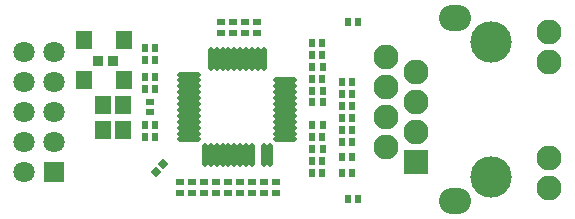
<source format=gts>
G04*
G04 #@! TF.GenerationSoftware,Altium Limited,Altium Designer,18.1.9 (240)*
G04*
G04 Layer_Color=8388736*
%FSLAX25Y25*%
%MOIN*%
G70*
G01*
G75*
%ADD24R,0.05524X0.06312*%
%ADD25R,0.02769X0.02375*%
%ADD26R,0.02375X0.02769*%
%ADD27O,0.01900X0.07887*%
%ADD28O,0.07887X0.01900*%
G04:AMPARAMS|DCode=29|XSize=23.75mil|YSize=27.69mil|CornerRadius=0mil|HoleSize=0mil|Usage=FLASHONLY|Rotation=225.000|XOffset=0mil|YOffset=0mil|HoleType=Round|Shape=Rectangle|*
%AMROTATEDRECTD29*
4,1,4,-0.00139,0.01818,0.01818,-0.00139,0.00139,-0.01818,-0.01818,0.00139,-0.00139,0.01818,0.0*
%
%ADD29ROTATEDRECTD29*%

%ADD30R,0.05524X0.05918*%
%ADD31R,0.03800X0.03300*%
%ADD32C,0.07099*%
%ADD33R,0.07099X0.07099*%
%ADD34R,0.08300X0.08300*%
%ADD35C,0.08300*%
%ADD36O,0.10643X0.08674*%
%ADD37C,0.13800*%
D24*
X306193Y196000D02*
D03*
X292807D02*
D03*
X306193Y182500D02*
D03*
X292807D02*
D03*
D25*
X350500Y201771D02*
D03*
X350500Y198228D02*
D03*
X346500Y201771D02*
D03*
X346500Y198228D02*
D03*
X357000Y145000D02*
D03*
Y148346D02*
D03*
X353000Y145000D02*
D03*
Y148346D02*
D03*
X349000Y145000D02*
D03*
Y148346D02*
D03*
X345000Y145000D02*
D03*
Y148346D02*
D03*
X341000Y145000D02*
D03*
Y148346D02*
D03*
X325000Y145000D02*
D03*
Y148346D02*
D03*
X337000Y145000D02*
D03*
Y148346D02*
D03*
X333000Y145000D02*
D03*
Y148346D02*
D03*
X328984Y145000D02*
D03*
Y148346D02*
D03*
X342500Y201771D02*
D03*
X342500Y198228D02*
D03*
X314830Y171774D02*
D03*
Y175120D02*
D03*
X338500Y201771D02*
D03*
X338500Y198228D02*
D03*
D26*
X372543Y175118D02*
D03*
X369000Y175118D02*
D03*
X368957Y163366D02*
D03*
X372304D02*
D03*
X382075Y156750D02*
D03*
X378729D02*
D03*
X382075Y151500D02*
D03*
X378729D02*
D03*
X368957Y155366D02*
D03*
X372304D02*
D03*
X368957Y159367D02*
D03*
X372500Y159366D02*
D03*
X368957Y151366D02*
D03*
X372304D02*
D03*
X313298Y163546D02*
D03*
X316644D02*
D03*
X369000Y183000D02*
D03*
X372346D02*
D03*
X378729Y174000D02*
D03*
X382075D02*
D03*
X378729Y178000D02*
D03*
X382272Y178000D02*
D03*
X378729Y170000D02*
D03*
X382075D02*
D03*
X378729Y166000D02*
D03*
X382272Y166000D02*
D03*
X369000Y191000D02*
D03*
X372346D02*
D03*
X316644Y167545D02*
D03*
X313101Y167545D02*
D03*
X369000Y195000D02*
D03*
X372346D02*
D03*
X382075Y162000D02*
D03*
X378729D02*
D03*
Y182001D02*
D03*
X382075D02*
D03*
X384271Y202000D02*
D03*
X380728Y202000D02*
D03*
X384271Y143000D02*
D03*
X380728Y143000D02*
D03*
X316602Y179545D02*
D03*
X313059Y179545D02*
D03*
X313059Y193046D02*
D03*
X316602Y193045D02*
D03*
X316602Y189187D02*
D03*
X313256D02*
D03*
X369000Y179000D02*
D03*
X372543Y179000D02*
D03*
X372543Y187000D02*
D03*
X369000Y187000D02*
D03*
X372500Y167366D02*
D03*
X368957Y167366D02*
D03*
X316602Y183545D02*
D03*
X313059Y183545D02*
D03*
D27*
X354827Y157455D02*
D03*
X352858D02*
D03*
X348921D02*
D03*
X346953D02*
D03*
X344984D02*
D03*
X343016D02*
D03*
X341047D02*
D03*
X339079D02*
D03*
X337110D02*
D03*
X335142D02*
D03*
X333173D02*
D03*
X335142Y189545D02*
D03*
X337110D02*
D03*
X339079D02*
D03*
X341047D02*
D03*
X343016D02*
D03*
X344984D02*
D03*
X346953D02*
D03*
X348921D02*
D03*
X350890D02*
D03*
X352858D02*
D03*
D28*
X327955Y162673D02*
D03*
Y164642D02*
D03*
Y166610D02*
D03*
Y168579D02*
D03*
Y170547D02*
D03*
Y172516D02*
D03*
Y174484D02*
D03*
Y176453D02*
D03*
Y178421D02*
D03*
Y180390D02*
D03*
Y182358D02*
D03*
Y184327D02*
D03*
X360045Y182358D02*
D03*
Y180390D02*
D03*
Y178421D02*
D03*
Y176453D02*
D03*
Y174484D02*
D03*
Y172516D02*
D03*
Y170547D02*
D03*
Y168579D02*
D03*
Y166610D02*
D03*
Y164642D02*
D03*
Y162673D02*
D03*
D29*
X317000Y152000D02*
D03*
X319366Y154366D02*
D03*
D30*
X299153Y165911D02*
D03*
Y174179D02*
D03*
X305847D02*
D03*
Y165911D02*
D03*
D31*
X297500Y189000D02*
D03*
X302500D02*
D03*
D32*
X273000Y192000D02*
D03*
X283000D02*
D03*
X273000Y182000D02*
D03*
X283000D02*
D03*
X273000Y172000D02*
D03*
X283000D02*
D03*
X273000Y162000D02*
D03*
X283000D02*
D03*
X273000Y152000D02*
D03*
D33*
X283000D02*
D03*
D34*
X403500Y155045D02*
D03*
D35*
X393500Y160045D02*
D03*
X403500Y165045D02*
D03*
X393500Y170045D02*
D03*
X403500Y175045D02*
D03*
X393500Y180045D02*
D03*
X403500Y185045D02*
D03*
X393500Y190045D02*
D03*
X447791Y146462D02*
D03*
Y156462D02*
D03*
Y188627D02*
D03*
Y198627D02*
D03*
D36*
X416492Y142249D02*
D03*
Y203194D02*
D03*
D37*
X428500Y150045D02*
D03*
Y195045D02*
D03*
M02*

</source>
